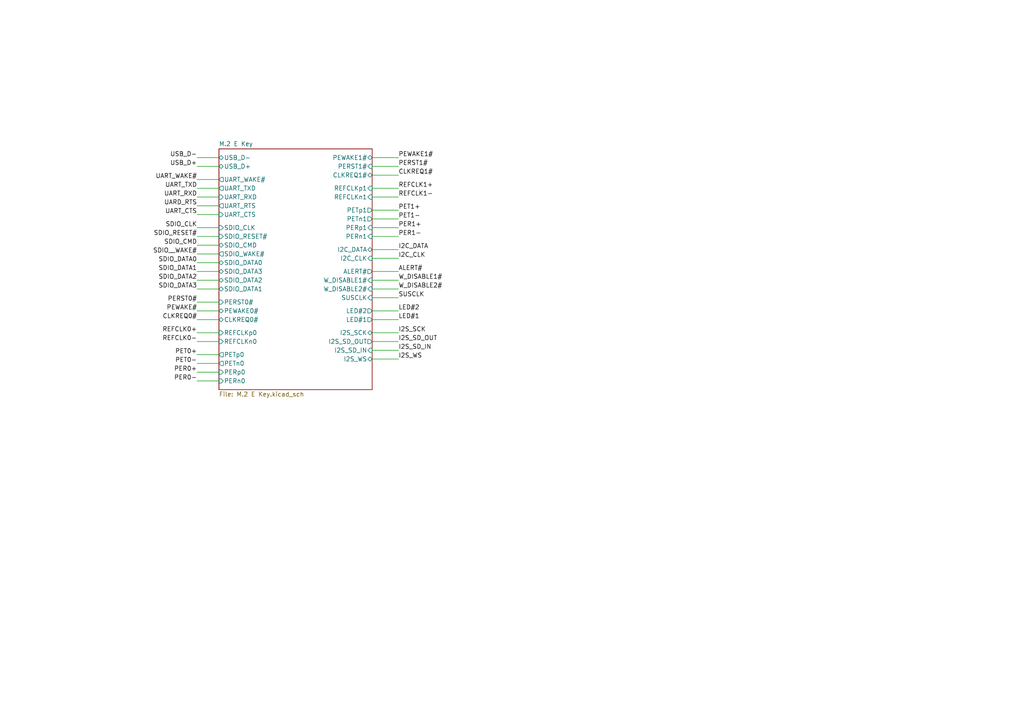
<source format=kicad_sch>
(kicad_sch
	(version 20250114)
	(generator "eeschema")
	(generator_version "9.0")
	(uuid "c75f4d31-c8a9-4fca-a333-63a789de630e")
	(paper "A4")
	(lib_symbols)
	(wire
		(pts
			(xy 57.15 92.71) (xy 63.5 92.71)
		)
		(stroke
			(width 0)
			(type default)
		)
		(uuid "001ead48-e8f4-47a3-a5b7-b763b4d1c3e6")
	)
	(wire
		(pts
			(xy 107.95 86.36) (xy 115.57 86.36)
		)
		(stroke
			(width 0)
			(type default)
		)
		(uuid "010ededf-d013-4bc9-bc08-f4d42dcab620")
	)
	(wire
		(pts
			(xy 57.15 81.28) (xy 63.5 81.28)
		)
		(stroke
			(width 0)
			(type default)
		)
		(uuid "02491576-a614-495f-bdfa-66cacfad3ed9")
	)
	(wire
		(pts
			(xy 107.95 50.8) (xy 115.57 50.8)
		)
		(stroke
			(width 0)
			(type default)
		)
		(uuid "0f44e04d-c1e0-4e52-84d2-b2f6fcd19ea9")
	)
	(wire
		(pts
			(xy 57.15 66.04) (xy 63.5 66.04)
		)
		(stroke
			(width 0)
			(type default)
		)
		(uuid "19dc1ff8-79ae-4e16-8c39-78e88b31d9fe")
	)
	(wire
		(pts
			(xy 57.15 71.12) (xy 63.5 71.12)
		)
		(stroke
			(width 0)
			(type default)
		)
		(uuid "201c8140-c5d1-4947-823b-698dca748692")
	)
	(wire
		(pts
			(xy 57.15 76.2) (xy 63.5 76.2)
		)
		(stroke
			(width 0)
			(type default)
		)
		(uuid "23a6b9e4-840e-44fb-a461-1990661e6ebf")
	)
	(wire
		(pts
			(xy 107.95 45.72) (xy 115.57 45.72)
		)
		(stroke
			(width 0)
			(type default)
		)
		(uuid "24d339aa-0963-49a2-bc70-729b0f288449")
	)
	(wire
		(pts
			(xy 57.15 96.52) (xy 63.5 96.52)
		)
		(stroke
			(width 0)
			(type default)
		)
		(uuid "286cc73f-39ed-4e23-bb54-e831e2897b21")
	)
	(wire
		(pts
			(xy 57.15 68.58) (xy 63.5 68.58)
		)
		(stroke
			(width 0)
			(type default)
		)
		(uuid "2e43860b-32b7-4989-aae0-091c15d2429a")
	)
	(wire
		(pts
			(xy 57.15 90.17) (xy 63.5 90.17)
		)
		(stroke
			(width 0)
			(type default)
		)
		(uuid "34f85917-2888-41aa-980a-5bc9ee89288e")
	)
	(wire
		(pts
			(xy 57.15 45.72) (xy 63.5 45.72)
		)
		(stroke
			(width 0)
			(type default)
		)
		(uuid "389c591a-1a6f-456f-b36a-d83991835a52")
	)
	(wire
		(pts
			(xy 107.95 99.06) (xy 115.57 99.06)
		)
		(stroke
			(width 0)
			(type default)
		)
		(uuid "39d52c91-7136-4461-9495-b1e4957a0863")
	)
	(wire
		(pts
			(xy 57.15 57.15) (xy 63.5 57.15)
		)
		(stroke
			(width 0)
			(type default)
		)
		(uuid "3d3296b4-d63a-4af2-9d48-359c97bb5619")
	)
	(wire
		(pts
			(xy 107.95 57.15) (xy 115.57 57.15)
		)
		(stroke
			(width 0)
			(type default)
		)
		(uuid "3ece2ded-c874-406a-8c51-935643813a7f")
	)
	(wire
		(pts
			(xy 57.15 73.66) (xy 63.5 73.66)
		)
		(stroke
			(width 0)
			(type default)
		)
		(uuid "48821c79-0e62-4c94-9cea-afab757a1d98")
	)
	(wire
		(pts
			(xy 107.95 63.5) (xy 115.57 63.5)
		)
		(stroke
			(width 0)
			(type default)
		)
		(uuid "49d703b8-78f2-4f78-ad94-8b8a39671e3f")
	)
	(wire
		(pts
			(xy 107.95 78.74) (xy 115.57 78.74)
		)
		(stroke
			(width 0)
			(type default)
		)
		(uuid "568bad17-9920-4251-83d6-7a0ad9a199b3")
	)
	(wire
		(pts
			(xy 107.95 104.14) (xy 115.57 104.14)
		)
		(stroke
			(width 0)
			(type default)
		)
		(uuid "62eef579-472b-40ff-9bd3-21f64fb32a35")
	)
	(wire
		(pts
			(xy 107.95 60.96) (xy 115.57 60.96)
		)
		(stroke
			(width 0)
			(type default)
		)
		(uuid "78804fd6-2241-4d23-8421-87027cd26569")
	)
	(wire
		(pts
			(xy 107.95 66.04) (xy 115.57 66.04)
		)
		(stroke
			(width 0)
			(type default)
		)
		(uuid "79c0b7bb-237f-46db-b478-a858e4011be3")
	)
	(wire
		(pts
			(xy 57.15 87.63) (xy 63.5 87.63)
		)
		(stroke
			(width 0)
			(type default)
		)
		(uuid "929055c1-8407-4654-9f60-fa1482fa365e")
	)
	(wire
		(pts
			(xy 107.95 54.61) (xy 115.57 54.61)
		)
		(stroke
			(width 0)
			(type default)
		)
		(uuid "a1c55910-2d73-4762-b289-bf39ecd2bd8e")
	)
	(wire
		(pts
			(xy 107.95 92.71) (xy 115.57 92.71)
		)
		(stroke
			(width 0)
			(type default)
		)
		(uuid "a37351e1-c96a-44be-b57a-52842c3334ed")
	)
	(wire
		(pts
			(xy 57.15 99.06) (xy 63.5 99.06)
		)
		(stroke
			(width 0)
			(type default)
		)
		(uuid "a6ad3bce-4284-4c9d-8bf2-3566b9e1e5a7")
	)
	(wire
		(pts
			(xy 57.15 52.07) (xy 63.5 52.07)
		)
		(stroke
			(width 0)
			(type default)
		)
		(uuid "a7eb445d-ef02-46ed-a04f-d0a8f97fd970")
	)
	(wire
		(pts
			(xy 57.15 59.69) (xy 63.5 59.69)
		)
		(stroke
			(width 0)
			(type default)
		)
		(uuid "a81b1730-cfa2-47e4-8e61-50ae74b9ce39")
	)
	(wire
		(pts
			(xy 107.95 90.17) (xy 115.57 90.17)
		)
		(stroke
			(width 0)
			(type default)
		)
		(uuid "aa14a562-638f-4bdf-82a3-a6a7913c8f5e")
	)
	(wire
		(pts
			(xy 107.95 68.58) (xy 115.57 68.58)
		)
		(stroke
			(width 0)
			(type default)
		)
		(uuid "ad8c90cd-24d5-4bad-a03b-33a9247a73c2")
	)
	(wire
		(pts
			(xy 107.95 74.93) (xy 115.57 74.93)
		)
		(stroke
			(width 0)
			(type default)
		)
		(uuid "af31924c-86da-4d6d-9213-0648b4b5166e")
	)
	(wire
		(pts
			(xy 107.95 48.26) (xy 115.57 48.26)
		)
		(stroke
			(width 0)
			(type default)
		)
		(uuid "b58f9eec-3f18-4cc1-b2d0-e57375f77401")
	)
	(wire
		(pts
			(xy 57.15 107.95) (xy 63.5 107.95)
		)
		(stroke
			(width 0)
			(type default)
		)
		(uuid "b58fcb6c-94d6-4394-8fa6-093dd1921ff7")
	)
	(wire
		(pts
			(xy 107.95 83.82) (xy 115.57 83.82)
		)
		(stroke
			(width 0)
			(type default)
		)
		(uuid "bc7ed875-6fec-474c-892b-9c251077fb0d")
	)
	(wire
		(pts
			(xy 57.15 62.23) (xy 63.5 62.23)
		)
		(stroke
			(width 0)
			(type default)
		)
		(uuid "be1775b7-9cae-4fdc-a2f5-ec3a4e43f3ec")
	)
	(wire
		(pts
			(xy 57.15 102.87) (xy 63.5 102.87)
		)
		(stroke
			(width 0)
			(type default)
		)
		(uuid "cf0625b3-a57e-45cf-a520-329668c58e71")
	)
	(wire
		(pts
			(xy 57.15 48.26) (xy 63.5 48.26)
		)
		(stroke
			(width 0)
			(type default)
		)
		(uuid "d33cc492-440f-481f-bfe0-a5b9db0f8678")
	)
	(wire
		(pts
			(xy 57.15 83.82) (xy 63.5 83.82)
		)
		(stroke
			(width 0)
			(type default)
		)
		(uuid "d74a9abe-5e69-4ef5-bf82-9e8f977569ae")
	)
	(wire
		(pts
			(xy 107.95 72.39) (xy 115.57 72.39)
		)
		(stroke
			(width 0)
			(type default)
		)
		(uuid "d803d227-ed1e-493f-8aaf-6c72e7c93e87")
	)
	(wire
		(pts
			(xy 57.15 110.49) (xy 63.5 110.49)
		)
		(stroke
			(width 0)
			(type default)
		)
		(uuid "e1690ed5-3198-4b7d-b7d8-c181a5a9a74c")
	)
	(wire
		(pts
			(xy 107.95 96.52) (xy 115.57 96.52)
		)
		(stroke
			(width 0)
			(type default)
		)
		(uuid "e494ffde-eca9-4687-b8f1-ff130559ab9d")
	)
	(wire
		(pts
			(xy 107.95 81.28) (xy 115.57 81.28)
		)
		(stroke
			(width 0)
			(type default)
		)
		(uuid "e5140fec-0dcb-44bb-8792-58c77aed4d01")
	)
	(wire
		(pts
			(xy 57.15 54.61) (xy 63.5 54.61)
		)
		(stroke
			(width 0)
			(type default)
		)
		(uuid "e70b683e-11f7-4c0b-b79d-0182dc72fa70")
	)
	(wire
		(pts
			(xy 57.15 105.41) (xy 63.5 105.41)
		)
		(stroke
			(width 0)
			(type default)
		)
		(uuid "f20e6f71-5fce-4274-bbc2-bbd7a56bf681")
	)
	(wire
		(pts
			(xy 107.95 101.6) (xy 115.57 101.6)
		)
		(stroke
			(width 0)
			(type default)
		)
		(uuid "f2a7755d-04c1-4879-8fe5-b2f7def2e216")
	)
	(wire
		(pts
			(xy 57.15 78.74) (xy 63.5 78.74)
		)
		(stroke
			(width 0)
			(type default)
		)
		(uuid "f2a7912c-0f0c-4cdd-b0ae-1c231c9e4219")
	)
	(label "PER1-"
		(at 115.57 68.58 0)
		(effects
			(font
				(size 1.27 1.27)
			)
			(justify left bottom)
		)
		(uuid "00a6d5cf-4ffa-4a04-8aca-a9f00cc6fdb1")
	)
	(label "PER1+"
		(at 115.57 66.04 0)
		(effects
			(font
				(size 1.27 1.27)
			)
			(justify left bottom)
		)
		(uuid "08fd08ad-8c75-4b8a-9348-3233e44faa35")
	)
	(label "REFCLK1+"
		(at 115.57 54.61 0)
		(effects
			(font
				(size 1.27 1.27)
			)
			(justify left bottom)
		)
		(uuid "0fe08393-e15e-4f10-8b0c-ff8709ff5d31")
	)
	(label "USB_D+"
		(at 57.15 48.26 180)
		(effects
			(font
				(size 1.27 1.27)
			)
			(justify right bottom)
		)
		(uuid "1715d8a2-f28d-43b2-819b-52ca5e4775e9")
	)
	(label "REFCLK1-"
		(at 115.57 57.15 0)
		(effects
			(font
				(size 1.27 1.27)
			)
			(justify left bottom)
		)
		(uuid "36bebf3a-eb40-4ee7-89fe-c933dc12163b")
	)
	(label "PET0+"
		(at 57.15 102.87 180)
		(effects
			(font
				(size 1.27 1.27)
			)
			(justify right bottom)
		)
		(uuid "38b2d4fe-9ea5-450a-8198-d9667c82e0f5")
	)
	(label "PER0-"
		(at 57.15 110.49 180)
		(effects
			(font
				(size 1.27 1.27)
			)
			(justify right bottom)
		)
		(uuid "394078b4-c0b0-4383-a474-2bdea6b65d44")
	)
	(label "SDIO_DATA0"
		(at 57.15 76.2 180)
		(effects
			(font
				(size 1.27 1.27)
			)
			(justify right bottom)
		)
		(uuid "3a7cb2e1-14c2-4a56-9052-75b7b1e89b4a")
	)
	(label "LED#1"
		(at 115.57 92.71 0)
		(effects
			(font
				(size 1.27 1.27)
			)
			(justify left bottom)
		)
		(uuid "4168ccb7-fcec-4e9d-8344-20e004dda103")
	)
	(label "W_DISABLE2#"
		(at 115.57 83.82 0)
		(effects
			(font
				(size 1.27 1.27)
			)
			(justify left bottom)
		)
		(uuid "41ef8e53-aa31-42ad-9d88-53d899e48f90")
	)
	(label "SDIO__WAKE#"
		(at 57.15 73.66 180)
		(effects
			(font
				(size 1.27 1.27)
			)
			(justify right bottom)
		)
		(uuid "4746093f-043f-4334-a183-20f5e716a5ac")
	)
	(label "CLKREQ1#"
		(at 115.57 50.8 0)
		(effects
			(font
				(size 1.27 1.27)
			)
			(justify left bottom)
		)
		(uuid "4890529c-a199-45b6-99c7-9c627d060e9e")
	)
	(label "UARD_RTS"
		(at 57.15 59.69 180)
		(effects
			(font
				(size 1.27 1.27)
			)
			(justify right bottom)
		)
		(uuid "48b4a1a6-0ce1-4fb4-8584-96bb0b5b7fe9")
	)
	(label "LED#2"
		(at 115.57 90.17 0)
		(effects
			(font
				(size 1.27 1.27)
			)
			(justify left bottom)
		)
		(uuid "4d310c83-3b47-4d17-ad15-f6fd75a9d4ab")
	)
	(label "REFCLK0-"
		(at 57.15 99.06 180)
		(effects
			(font
				(size 1.27 1.27)
			)
			(justify right bottom)
		)
		(uuid "5003399d-1507-44a8-aa3f-38eaa3dcb400")
	)
	(label "UART_TXD"
		(at 57.15 54.61 180)
		(effects
			(font
				(size 1.27 1.27)
			)
			(justify right bottom)
		)
		(uuid "51916f67-f4b4-4241-af03-5a6b5d188f2e")
	)
	(label "W_DISABLE1#"
		(at 115.57 81.28 0)
		(effects
			(font
				(size 1.27 1.27)
			)
			(justify left bottom)
		)
		(uuid "5392d2a1-7c5d-4072-8ed6-237ce5da8024")
	)
	(label "PET0-"
		(at 57.15 105.41 180)
		(effects
			(font
				(size 1.27 1.27)
			)
			(justify right bottom)
		)
		(uuid "54f02bcf-8722-4600-af7b-bb902bf419bd")
	)
	(label "SUSCLK"
		(at 115.57 86.36 0)
		(effects
			(font
				(size 1.27 1.27)
			)
			(justify left bottom)
		)
		(uuid "578fc2c2-d075-433a-a836-46d7f72aa93f")
	)
	(label "SDIO_CMD"
		(at 57.15 71.12 180)
		(effects
			(font
				(size 1.27 1.27)
			)
			(justify right bottom)
		)
		(uuid "5888154a-4eef-436a-9f17-6e85a1677aa5")
	)
	(label "SDIO_DATA1"
		(at 57.15 78.74 180)
		(effects
			(font
				(size 1.27 1.27)
			)
			(justify right bottom)
		)
		(uuid "5d1736dd-a206-4c21-a9d4-896f957c1d12")
	)
	(label "I2S_WS"
		(at 115.57 104.14 0)
		(effects
			(font
				(size 1.27 1.27)
			)
			(justify left bottom)
		)
		(uuid "6ab6b271-c64b-40f0-88d2-de96f322c8fb")
	)
	(label "PER0+"
		(at 57.15 107.95 180)
		(effects
			(font
				(size 1.27 1.27)
			)
			(justify right bottom)
		)
		(uuid "6c6ce466-8234-4cf4-89ce-0e4901b11872")
	)
	(label "I2S_SD_IN"
		(at 115.57 101.6 0)
		(effects
			(font
				(size 1.27 1.27)
			)
			(justify left bottom)
		)
		(uuid "6f94421d-285d-4eec-8773-d815809e547c")
	)
	(label "I2C_CLK"
		(at 115.57 74.93 0)
		(effects
			(font
				(size 1.27 1.27)
			)
			(justify left bottom)
		)
		(uuid "868d6103-a1a1-4d0b-ac42-fdae7115cbb9")
	)
	(label "SDIO_DATA2"
		(at 57.15 81.28 180)
		(effects
			(font
				(size 1.27 1.27)
			)
			(justify right bottom)
		)
		(uuid "9052a759-821d-4af0-97f1-852ede019917")
	)
	(label "ALERT#"
		(at 115.57 78.74 0)
		(effects
			(font
				(size 1.27 1.27)
			)
			(justify left bottom)
		)
		(uuid "9219019a-cb73-4bff-a1c2-82c7c1a1f1b4")
	)
	(label "PERST0#"
		(at 57.15 87.63 180)
		(effects
			(font
				(size 1.27 1.27)
			)
			(justify right bottom)
		)
		(uuid "92439171-f564-4dfe-8f6f-3e709d5c8d69")
	)
	(label "PEWAKE1#"
		(at 115.57 45.72 0)
		(effects
			(font
				(size 1.27 1.27)
			)
			(justify left bottom)
		)
		(uuid "93f5f821-a402-4426-b599-f286612f7f4b")
	)
	(label "PET1+"
		(at 115.57 60.96 0)
		(effects
			(font
				(size 1.27 1.27)
			)
			(justify left bottom)
		)
		(uuid "9d0b3b7e-302c-4715-aaee-5addfa000be1")
	)
	(label "SDIO_RESET#"
		(at 57.15 68.58 180)
		(effects
			(font
				(size 1.27 1.27)
			)
			(justify right bottom)
		)
		(uuid "a5d1287d-2459-4e32-ae90-415819ace151")
	)
	(label "UART_CTS"
		(at 57.15 62.23 180)
		(effects
			(font
				(size 1.27 1.27)
			)
			(justify right bottom)
		)
		(uuid "afb5220c-c58c-4527-85eb-42df2f29f3ad")
	)
	(label "I2S_SD_OUT"
		(at 115.57 99.06 0)
		(effects
			(font
				(size 1.27 1.27)
			)
			(justify left bottom)
		)
		(uuid "b39b6ddf-5c78-4027-ba47-e8194063aa9c")
	)
	(label "PEWAKE#"
		(at 57.15 90.17 180)
		(effects
			(font
				(size 1.27 1.27)
			)
			(justify right bottom)
		)
		(uuid "bf1184e6-54e1-4a36-96f2-575e49e47ce1")
	)
	(label "USB_D-"
		(at 57.15 45.72 180)
		(effects
			(font
				(size 1.27 1.27)
			)
			(justify right bottom)
		)
		(uuid "bf728311-610c-4e85-8014-dd1e55942288")
	)
	(label "UART_RXD"
		(at 57.15 57.15 180)
		(effects
			(font
				(size 1.27 1.27)
			)
			(justify right bottom)
		)
		(uuid "c035aac4-a652-495c-a50b-058c1cc7739d")
	)
	(label "CLKREQ0#"
		(at 57.15 92.71 180)
		(effects
			(font
				(size 1.27 1.27)
			)
			(justify right bottom)
		)
		(uuid "cc3418a7-cd31-4148-8125-d70505d0e3ee")
	)
	(label "UART_WAKE#"
		(at 57.15 52.07 180)
		(effects
			(font
				(size 1.27 1.27)
			)
			(justify right bottom)
		)
		(uuid "d2da674d-2ec0-4798-97b7-19998e59445f")
	)
	(label "PET1-"
		(at 115.57 63.5 0)
		(effects
			(font
				(size 1.27 1.27)
			)
			(justify left bottom)
		)
		(uuid "d563790c-f532-46ec-8cee-449510adc7be")
	)
	(label "SDIO_CLK"
		(at 57.15 66.04 180)
		(effects
			(font
				(size 1.27 1.27)
			)
			(justify right bottom)
		)
		(uuid "d9454b66-aa3a-4c16-9fdd-9333034d57f1")
	)
	(label "I2S_SCK"
		(at 115.57 96.52 0)
		(effects
			(font
				(size 1.27 1.27)
			)
			(justify left bottom)
		)
		(uuid "e415d141-6f2d-48b0-9338-10c06143b354")
	)
	(label "I2C_DATA"
		(at 115.57 72.39 0)
		(effects
			(font
				(size 1.27 1.27)
			)
			(justify left bottom)
		)
		(uuid "e4cce52f-076b-41ed-8c78-1dbe0f4bbf15")
	)
	(label "REFCLK0+"
		(at 57.15 96.52 180)
		(effects
			(font
				(size 1.27 1.27)
			)
			(justify right bottom)
		)
		(uuid "ed15d7f9-e858-4da8-af5e-900aee209ee2")
	)
	(label "PERST1#"
		(at 115.57 48.26 0)
		(effects
			(font
				(size 1.27 1.27)
			)
			(justify left bottom)
		)
		(uuid "f5d978ac-6c30-4ece-9900-1837ba977fcb")
	)
	(label "SDIO_DATA3"
		(at 57.15 83.82 180)
		(effects
			(font
				(size 1.27 1.27)
			)
			(justify right bottom)
		)
		(uuid "f6a95c53-cb89-41f7-bdc8-0cb2a1721992")
	)
	(sheet
		(at 63.5 43.18)
		(size 44.45 69.85)
		(exclude_from_sim no)
		(in_bom yes)
		(on_board yes)
		(dnp no)
		(fields_autoplaced yes)
		(stroke
			(width 0.1524)
			(type solid)
		)
		(fill
			(color 0 0 0 0.0000)
		)
		(uuid "1240ca36-3abd-446f-9cff-2fc07fb9ce0d")
		(property "Sheetname" "M.2 E Key"
			(at 63.5 42.4684 0)
			(effects
				(font
					(size 1.27 1.27)
				)
				(justify left bottom)
			)
		)
		(property "Sheetfile" "M.2 E Key.kicad_sch"
			(at 63.5 113.6146 0)
			(effects
				(font
					(size 1.27 1.27)
				)
				(justify left top)
			)
		)
		(pin "USB_D-" bidirectional
			(at 63.5 45.72 180)
			(uuid "b7a04dc7-ccd5-496a-8c05-7f0c84ec1071")
			(effects
				(font
					(size 1.27 1.27)
				)
				(justify left)
			)
		)
		(pin "USB_D+" bidirectional
			(at 63.5 48.26 180)
			(uuid "2ddb51b2-1f18-45fc-99ea-a602208030e2")
			(effects
				(font
					(size 1.27 1.27)
				)
				(justify left)
			)
		)
		(pin "UART_WAKE#" output
			(at 63.5 52.07 180)
			(uuid "44619d9a-355e-475b-9eaa-4bace5613724")
			(effects
				(font
					(size 1.27 1.27)
				)
				(justify left)
			)
		)
		(pin "UART_TXD" output
			(at 63.5 54.61 180)
			(uuid "2e0d2665-f43b-4840-b8eb-b6dc578f7ad0")
			(effects
				(font
					(size 1.27 1.27)
				)
				(justify left)
			)
		)
		(pin "UART_RTS" output
			(at 63.5 59.69 180)
			(uuid "9f5d2eec-a2f7-4ae3-bfba-b15e02751e2e")
			(effects
				(font
					(size 1.27 1.27)
				)
				(justify left)
			)
		)
		(pin "UART_RXD" input
			(at 63.5 57.15 180)
			(uuid "7714439a-ca9c-46ed-8165-8d2d7bf30df2")
			(effects
				(font
					(size 1.27 1.27)
				)
				(justify left)
			)
		)
		(pin "UART_CTS" input
			(at 63.5 62.23 180)
			(uuid "64f6cadf-e4d3-45d1-bf3d-09c53b23afb7")
			(effects
				(font
					(size 1.27 1.27)
				)
				(justify left)
			)
		)
		(pin "SDIO_CLK" input
			(at 63.5 66.04 180)
			(uuid "78fb7dd4-5668-4382-ba8a-7a680e814529")
			(effects
				(font
					(size 1.27 1.27)
				)
				(justify left)
			)
		)
		(pin "SDIO_RESET#" input
			(at 63.5 68.58 180)
			(uuid "ecc5089d-4651-4a35-9cf6-ca9ac24ae86d")
			(effects
				(font
					(size 1.27 1.27)
				)
				(justify left)
			)
		)
		(pin "SDIO_CMD" bidirectional
			(at 63.5 71.12 180)
			(uuid "676efb4e-aedc-4fe6-a46f-75f54d9adc45")
			(effects
				(font
					(size 1.27 1.27)
				)
				(justify left)
			)
		)
		(pin "SDIO_WAKE#" output
			(at 63.5 73.66 180)
			(uuid "14ccb301-8465-4223-b9aa-4b9333f85435")
			(effects
				(font
					(size 1.27 1.27)
				)
				(justify left)
			)
		)
		(pin "SDIO_DATA0" bidirectional
			(at 63.5 76.2 180)
			(uuid "d0e07fa3-ec20-42f9-acfa-6f85e6bcc2df")
			(effects
				(font
					(size 1.27 1.27)
				)
				(justify left)
			)
		)
		(pin "SDIO_DATA3" bidirectional
			(at 63.5 78.74 180)
			(uuid "b96415b8-fd8f-449b-a9d1-82691f23a731")
			(effects
				(font
					(size 1.27 1.27)
				)
				(justify left)
			)
		)
		(pin "SDIO_DATA2" bidirectional
			(at 63.5 81.28 180)
			(uuid "31eb2e00-c1cf-4785-af6c-e410e290839b")
			(effects
				(font
					(size 1.27 1.27)
				)
				(justify left)
			)
		)
		(pin "SDIO_DATA1" bidirectional
			(at 63.5 83.82 180)
			(uuid "6b9d176c-00bd-45aa-8a5e-53dac2ac0774")
			(effects
				(font
					(size 1.27 1.27)
				)
				(justify left)
			)
		)
		(pin "PERST0#" input
			(at 63.5 87.63 180)
			(uuid "015f8c31-0b4b-4680-ac8b-768f927b8b7f")
			(effects
				(font
					(size 1.27 1.27)
				)
				(justify left)
			)
		)
		(pin "PEWAKE0#" bidirectional
			(at 63.5 90.17 180)
			(uuid "8aeb75bc-5953-4440-85f8-fc19f3d83c05")
			(effects
				(font
					(size 1.27 1.27)
				)
				(justify left)
			)
		)
		(pin "CLKREQ0#" bidirectional
			(at 63.5 92.71 180)
			(uuid "9c42664c-0481-41d7-8ea9-f84d2453faa0")
			(effects
				(font
					(size 1.27 1.27)
				)
				(justify left)
			)
		)
		(pin "REFCLKp0" input
			(at 63.5 96.52 180)
			(uuid "47aa5d9c-0b39-4722-8ee6-d08e70574e51")
			(effects
				(font
					(size 1.27 1.27)
				)
				(justify left)
			)
		)
		(pin "REFCLKn0" input
			(at 63.5 99.06 180)
			(uuid "53524f21-d24a-4156-8a85-b4f30485ca13")
			(effects
				(font
					(size 1.27 1.27)
				)
				(justify left)
			)
		)
		(pin "PETn0" output
			(at 63.5 105.41 180)
			(uuid "1c8e6304-7c7c-4ab6-86d9-b1c7836fd333")
			(effects
				(font
					(size 1.27 1.27)
				)
				(justify left)
			)
		)
		(pin "PETp0" output
			(at 63.5 102.87 180)
			(uuid "6a6b6a1b-07e6-4e39-a8d2-f7be88133323")
			(effects
				(font
					(size 1.27 1.27)
				)
				(justify left)
			)
		)
		(pin "PERn0" input
			(at 63.5 110.49 180)
			(uuid "2472bd01-1be3-4dce-a7d7-f80392b280f6")
			(effects
				(font
					(size 1.27 1.27)
				)
				(justify left)
			)
		)
		(pin "PERp0" input
			(at 63.5 107.95 180)
			(uuid "ca687cea-60ab-4d90-966d-ff381ee22666")
			(effects
				(font
					(size 1.27 1.27)
				)
				(justify left)
			)
		)
		(pin "PEWAKE1#" bidirectional
			(at 107.95 45.72 0)
			(uuid "027dee03-696e-475c-935b-c042795260a4")
			(effects
				(font
					(size 1.27 1.27)
				)
				(justify right)
			)
		)
		(pin "PERST1#" input
			(at 107.95 48.26 0)
			(uuid "5756b9c3-d2ba-43cf-b7fd-eeae2bfd3803")
			(effects
				(font
					(size 1.27 1.27)
				)
				(justify right)
			)
		)
		(pin "CLKREQ1#" bidirectional
			(at 107.95 50.8 0)
			(uuid "08fd5bba-0ab7-40f9-a2f2-d2327b41e4e5")
			(effects
				(font
					(size 1.27 1.27)
				)
				(justify right)
			)
		)
		(pin "REFCLKn1" input
			(at 107.95 57.15 0)
			(uuid "6e5b5c68-680a-4dbd-a051-893769e4c6e9")
			(effects
				(font
					(size 1.27 1.27)
				)
				(justify right)
			)
		)
		(pin "REFCLKp1" input
			(at 107.95 54.61 0)
			(uuid "76358158-c85a-4e51-ab1e-5269d371de6e")
			(effects
				(font
					(size 1.27 1.27)
				)
				(justify right)
			)
		)
		(pin "PETn1" output
			(at 107.95 63.5 0)
			(uuid "d6109b24-02c7-4b54-89a7-8ea6d172c2a0")
			(effects
				(font
					(size 1.27 1.27)
				)
				(justify right)
			)
		)
		(pin "PETp1" output
			(at 107.95 60.96 0)
			(uuid "9f09f845-bb32-49bb-9673-13028ae80993")
			(effects
				(font
					(size 1.27 1.27)
				)
				(justify right)
			)
		)
		(pin "PERp1" input
			(at 107.95 66.04 0)
			(uuid "76e3fb68-2f4e-490f-b690-7dd12a2a65b9")
			(effects
				(font
					(size 1.27 1.27)
				)
				(justify right)
			)
		)
		(pin "PERn1" input
			(at 107.95 68.58 0)
			(uuid "b32a700d-4d3f-4866-b050-9727d907ad18")
			(effects
				(font
					(size 1.27 1.27)
				)
				(justify right)
			)
		)
		(pin "I2C_DATA" bidirectional
			(at 107.95 72.39 0)
			(uuid "16a55ee3-6893-46eb-a8c0-ffc969d20d33")
			(effects
				(font
					(size 1.27 1.27)
				)
				(justify right)
			)
		)
		(pin "I2C_CLK" input
			(at 107.95 74.93 0)
			(uuid "5c9970c1-10e0-4f38-a5df-a3ef76119db4")
			(effects
				(font
					(size 1.27 1.27)
				)
				(justify right)
			)
		)
		(pin "ALERT#" output
			(at 107.95 78.74 0)
			(uuid "0a58738c-07ba-486f-9a2b-428b9fef006f")
			(effects
				(font
					(size 1.27 1.27)
				)
				(justify right)
			)
		)
		(pin "W_DISABLE1#" input
			(at 107.95 81.28 0)
			(uuid "5b85dd90-0a51-4104-a156-694963347af0")
			(effects
				(font
					(size 1.27 1.27)
				)
				(justify right)
			)
		)
		(pin "SUSCLK" input
			(at 107.95 86.36 0)
			(uuid "397aa313-c691-4cf7-8648-7c03fe31b637")
			(effects
				(font
					(size 1.27 1.27)
				)
				(justify right)
			)
		)
		(pin "W_DISABLE2#" input
			(at 107.95 83.82 0)
			(uuid "e0860f09-12dd-46ad-916a-6952ac6d2e0b")
			(effects
				(font
					(size 1.27 1.27)
				)
				(justify right)
			)
		)
		(pin "LED#2" output
			(at 107.95 90.17 0)
			(uuid "bc47e7e0-0a72-442e-9518-9d4561bbdfcd")
			(effects
				(font
					(size 1.27 1.27)
				)
				(justify right)
			)
		)
		(pin "LED#1" output
			(at 107.95 92.71 0)
			(uuid "c4e9ccb0-61b8-4fe0-8d4e-c8d3ca24ddcb")
			(effects
				(font
					(size 1.27 1.27)
				)
				(justify right)
			)
		)
		(pin "I2S_SCK" bidirectional
			(at 107.95 96.52 0)
			(uuid "09d14627-475b-45bc-903d-5d9ec6f32d4c")
			(effects
				(font
					(size 1.27 1.27)
				)
				(justify right)
			)
		)
		(pin "I2S_SD_OUT" output
			(at 107.95 99.06 0)
			(uuid "5dabbd00-9b1e-4118-a175-6dd1772008f7")
			(effects
				(font
					(size 1.27 1.27)
				)
				(justify right)
			)
		)
		(pin "I2S_WS" bidirectional
			(at 107.95 104.14 0)
			(uuid "0c232fbb-e642-4bca-a790-873bbb63477b")
			(effects
				(font
					(size 1.27 1.27)
				)
				(justify right)
			)
		)
		(pin "I2S_SD_IN" input
			(at 107.95 101.6 0)
			(uuid "d14a2c10-1e32-4f94-b97b-94d93c847138")
			(effects
				(font
					(size 1.27 1.27)
				)
				(justify right)
			)
		)
		(instances
			(project "M.2 E Key 2230"
				(path "/c75f4d31-c8a9-4fca-a333-63a789de630e"
					(page "2")
				)
			)
		)
	)
	(sheet_instances
		(path "/"
			(page "1")
		)
	)
	(embedded_fonts no)
)

</source>
